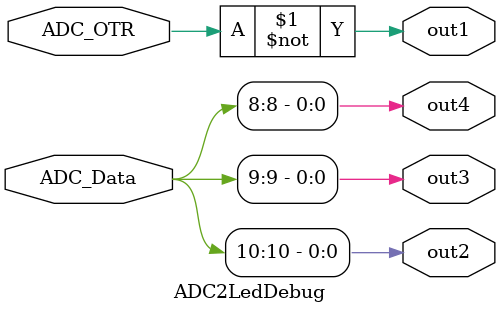
<source format=v>
module ADC2LedDebug(

    input signed [11:0] ADC_Data,
	 input ADC_OTR,

    output out1,
	 output out2,
	 output out3,
	 output out4
	 //output out5,
	 //output out6,
	 //output out7,
	 //output out8
         
);
assign out1 = ~ADC_OTR;
assign out2 = ADC_Data [10];
assign out3 = ADC_Data [9];
assign out4 = ADC_Data [8];
//assign out5 = ADC_Data [7];
//assign out6 = ADC_Data [6];
//assign out7 = ADC_Data [5];
//assign out8 = ADC_Data [4];

endmodule
</source>
